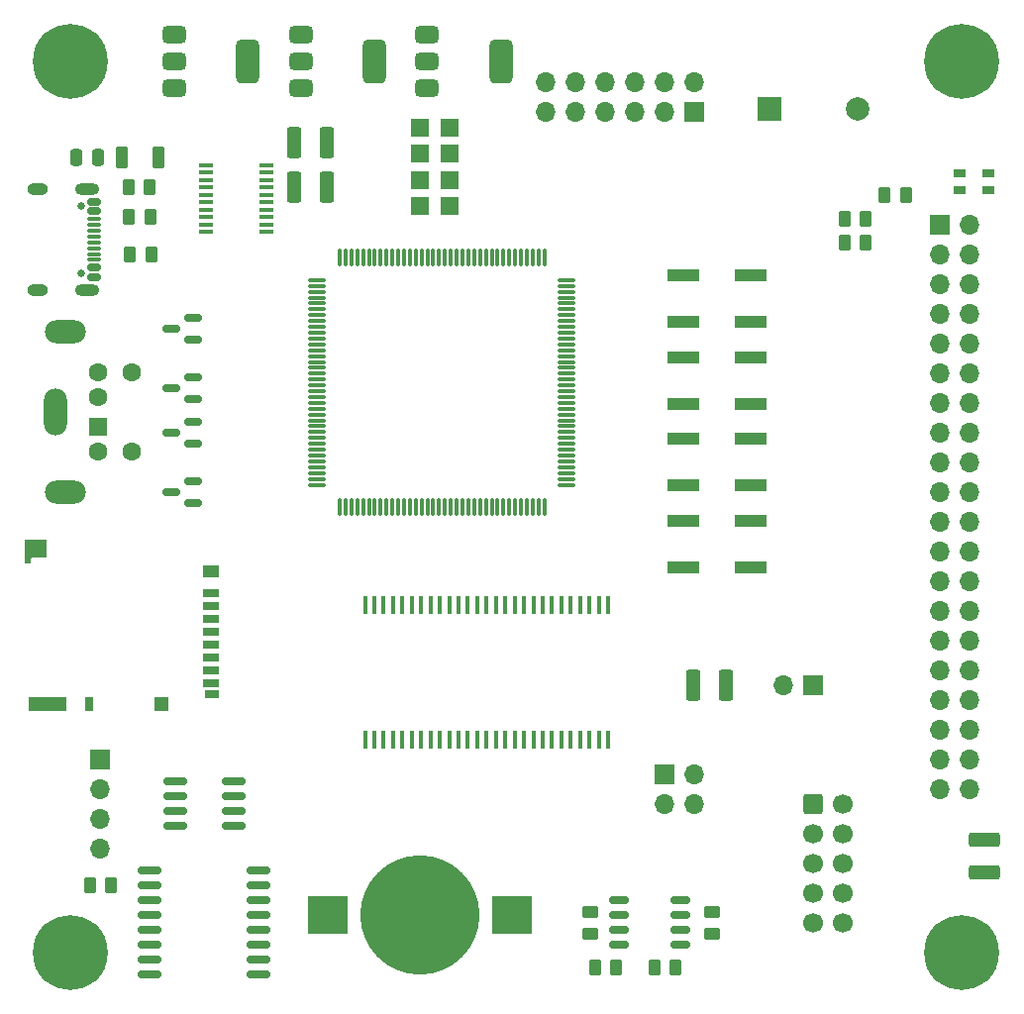
<source format=gbr>
%TF.GenerationSoftware,KiCad,Pcbnew,9.0.2+1*%
%TF.CreationDate,2025-07-26T23:48:39+01:00*%
%TF.ProjectId,ICE40HXDevBoard,49434534-3048-4584-9465-76426f617264,rev?*%
%TF.SameCoordinates,Original*%
%TF.FileFunction,Soldermask,Top*%
%TF.FilePolarity,Negative*%
%FSLAX46Y46*%
G04 Gerber Fmt 4.6, Leading zero omitted, Abs format (unit mm)*
G04 Created by KiCad (PCBNEW 9.0.2+1) date 2025-07-26 23:48:39*
%MOMM*%
%LPD*%
G01*
G04 APERTURE LIST*
G04 Aperture macros list*
%AMRoundRect*
0 Rectangle with rounded corners*
0 $1 Rounding radius*
0 $2 $3 $4 $5 $6 $7 $8 $9 X,Y pos of 4 corners*
0 Add a 4 corners polygon primitive as box body*
4,1,4,$2,$3,$4,$5,$6,$7,$8,$9,$2,$3,0*
0 Add four circle primitives for the rounded corners*
1,1,$1+$1,$2,$3*
1,1,$1+$1,$4,$5*
1,1,$1+$1,$6,$7*
1,1,$1+$1,$8,$9*
0 Add four rect primitives between the rounded corners*
20,1,$1+$1,$2,$3,$4,$5,0*
20,1,$1+$1,$4,$5,$6,$7,0*
20,1,$1+$1,$6,$7,$8,$9,0*
20,1,$1+$1,$8,$9,$2,$3,0*%
%AMRotRect*
0 Rectangle, with rotation*
0 The origin of the aperture is its center*
0 $1 length*
0 $2 width*
0 $3 Rotation angle, in degrees counterclockwise*
0 Add horizontal line*
21,1,$1,$2,0,0,$3*%
G04 Aperture macros list end*
%ADD10R,2.000000X2.000000*%
%ADD11C,2.000000*%
%ADD12RoundRect,0.250000X0.450000X-0.262500X0.450000X0.262500X-0.450000X0.262500X-0.450000X-0.262500X0*%
%ADD13R,1.600000X1.600000*%
%ADD14C,1.600000*%
%ADD15O,3.500000X2.000000*%
%ADD16O,2.000000X4.000000*%
%ADD17RoundRect,0.250000X0.275000X0.700000X-0.275000X0.700000X-0.275000X-0.700000X0.275000X-0.700000X0*%
%ADD18RoundRect,0.250000X0.262500X0.450000X-0.262500X0.450000X-0.262500X-0.450000X0.262500X-0.450000X0*%
%ADD19R,3.500000X3.300000*%
%ADD20C,10.200000*%
%ADD21RoundRect,0.375000X-0.625000X-0.375000X0.625000X-0.375000X0.625000X0.375000X-0.625000X0.375000X0*%
%ADD22RoundRect,0.500000X-0.500000X-1.400000X0.500000X-1.400000X0.500000X1.400000X-0.500000X1.400000X0*%
%ADD23R,1.200000X0.400000*%
%ADD24RoundRect,0.250000X-0.262500X-0.450000X0.262500X-0.450000X0.262500X0.450000X-0.262500X0.450000X0*%
%ADD25R,1.700000X1.700000*%
%ADD26O,1.700000X1.700000*%
%ADD27RoundRect,0.150000X0.587500X0.150000X-0.587500X0.150000X-0.587500X-0.150000X0.587500X-0.150000X0*%
%ADD28RoundRect,0.250000X-0.375000X-1.075000X0.375000X-1.075000X0.375000X1.075000X-0.375000X1.075000X0*%
%ADD29C,0.650000*%
%ADD30RoundRect,0.150000X-0.425000X0.150000X-0.425000X-0.150000X0.425000X-0.150000X0.425000X0.150000X0*%
%ADD31RoundRect,0.075000X-0.500000X0.075000X-0.500000X-0.075000X0.500000X-0.075000X0.500000X0.075000X0*%
%ADD32O,2.100000X1.000000*%
%ADD33O,1.800000X1.000000*%
%ADD34RoundRect,0.150000X-0.875000X-0.150000X0.875000X-0.150000X0.875000X0.150000X-0.875000X0.150000X0*%
%ADD35R,1.600000X1.500000*%
%ADD36R,1.000000X0.800000*%
%ADD37RoundRect,0.250000X-0.450000X0.262500X-0.450000X-0.262500X0.450000X-0.262500X0.450000X0.262500X0*%
%ADD38R,2.800000X1.000000*%
%ADD39RoundRect,0.075000X-0.662500X-0.075000X0.662500X-0.075000X0.662500X0.075000X-0.662500X0.075000X0*%
%ADD40RoundRect,0.075000X-0.075000X-0.662500X0.075000X-0.662500X0.075000X0.662500X-0.075000X0.662500X0*%
%ADD41RoundRect,0.150000X-0.825000X-0.150000X0.825000X-0.150000X0.825000X0.150000X-0.825000X0.150000X0*%
%ADD42RoundRect,0.150000X-0.675000X-0.150000X0.675000X-0.150000X0.675000X0.150000X-0.675000X0.150000X0*%
%ADD43RoundRect,0.250000X-0.600000X-0.600000X0.600000X-0.600000X0.600000X0.600000X-0.600000X0.600000X0*%
%ADD44C,1.700000*%
%ADD45RoundRect,0.250000X1.075000X-0.375000X1.075000X0.375000X-1.075000X0.375000X-1.075000X-0.375000X0*%
%ADD46C,6.400000*%
%ADD47RoundRect,0.250000X0.250000X0.475000X-0.250000X0.475000X-0.250000X-0.475000X0.250000X-0.475000X0*%
%ADD48R,0.458000X1.510000*%
%ADD49R,1.400000X0.700000*%
%ADD50R,1.200000X0.700000*%
%ADD51R,0.800000X1.200000*%
%ADD52R,1.900000X1.500000*%
%ADD53RotRect,0.200000X0.200000X315.000000*%
%ADD54R,0.500000X0.500000*%
%ADD55R,1.400000X1.000000*%
%ADD56R,1.200000X1.200000*%
%ADD57R,3.200000X1.200000*%
G04 APERTURE END LIST*
D10*
%TO.C,SP1*%
X237510000Y-80264000D03*
D11*
X245110000Y-80264000D03*
%TD*%
D12*
%TO.C,R5*%
X222250000Y-150772500D03*
X222250000Y-148947500D03*
%TD*%
D13*
%TO.C,J11*%
X180180000Y-107480000D03*
D14*
X180180000Y-104880000D03*
X180180000Y-109580000D03*
X180180000Y-102780000D03*
X182980000Y-109580000D03*
X182980000Y-102780000D03*
D15*
X177330000Y-99330000D03*
D16*
X176530000Y-106180000D03*
D15*
X177330000Y-113030000D03*
%TD*%
D17*
%TO.C,FB2*%
X185344000Y-84455000D03*
X182194000Y-84455000D03*
%TD*%
D18*
%TO.C,R18*%
X184681500Y-92710000D03*
X182856500Y-92710000D03*
%TD*%
D19*
%TO.C,BT1*%
X199745000Y-149225000D03*
X215545000Y-149225000D03*
D20*
X207645000Y-149225000D03*
%TD*%
D18*
%TO.C,R27*%
X245768500Y-91694000D03*
X243943500Y-91694000D03*
%TD*%
D21*
%TO.C,U8*%
X208280000Y-73900000D03*
X208280000Y-76200000D03*
D22*
X214580000Y-76200000D03*
D21*
X208280000Y-78500000D03*
%TD*%
D23*
%TO.C,U2*%
X194531125Y-90805000D03*
X194531125Y-90170000D03*
X194531125Y-89535000D03*
X194531125Y-88900000D03*
X194531125Y-88265000D03*
X194531125Y-87630000D03*
X194531125Y-86995000D03*
X194531125Y-86360000D03*
X194531125Y-85725000D03*
X194531125Y-85090000D03*
X189331125Y-85090000D03*
X189331125Y-85725000D03*
X189331125Y-86360000D03*
X189331125Y-86995000D03*
X189331125Y-87630000D03*
X189331125Y-88265000D03*
X189331125Y-88900000D03*
X189331125Y-89535000D03*
X189331125Y-90170000D03*
X189331125Y-90805000D03*
%TD*%
D24*
%TO.C,R7*%
X222607500Y-153670000D03*
X224432500Y-153670000D03*
%TD*%
D25*
%TO.C,J6*%
X252095000Y-90170000D03*
D26*
X254635000Y-90170000D03*
X252095000Y-92710000D03*
X254635000Y-92710000D03*
X252095000Y-95250000D03*
X254635000Y-95250000D03*
X252095000Y-97790000D03*
X254635000Y-97790000D03*
X252095000Y-100330000D03*
X254635000Y-100330000D03*
X252095000Y-102870000D03*
X254635000Y-102870000D03*
X252095000Y-105410000D03*
X254635000Y-105410000D03*
X252095000Y-107950000D03*
X254635000Y-107950000D03*
X252095000Y-110490000D03*
X254635000Y-110490000D03*
X252095000Y-113030000D03*
X254635000Y-113030000D03*
X252095000Y-115570000D03*
X254635000Y-115570000D03*
X252095000Y-118110000D03*
X254635000Y-118110000D03*
X252095000Y-120650000D03*
X254635000Y-120650000D03*
X252095000Y-123190000D03*
X254635000Y-123190000D03*
X252095000Y-125730000D03*
X254635000Y-125730000D03*
X252095000Y-128270000D03*
X254635000Y-128270000D03*
X252095000Y-130810000D03*
X254635000Y-130810000D03*
X252095000Y-133350000D03*
X254635000Y-133350000D03*
X252095000Y-135890000D03*
X254635000Y-135890000D03*
X252095000Y-138430000D03*
X254635000Y-138430000D03*
%TD*%
D27*
%TO.C,D7*%
X188262500Y-100010000D03*
X188262500Y-98110000D03*
X186387500Y-99060000D03*
%TD*%
%TO.C,D9*%
X188262500Y-113980000D03*
X188262500Y-112080000D03*
X186387500Y-113030000D03*
%TD*%
D28*
%TO.C,D2*%
X231010000Y-129540000D03*
X233810000Y-129540000D03*
%TD*%
D29*
%TO.C,J8*%
X178694625Y-88550000D03*
X178694625Y-94330000D03*
D30*
X179769625Y-88240000D03*
X179769625Y-89040000D03*
D31*
X179769625Y-90190000D03*
X179769625Y-91190000D03*
X179769625Y-91690000D03*
X179769625Y-92690000D03*
D30*
X179769625Y-93840000D03*
X179769625Y-94640000D03*
X179769625Y-94640000D03*
X179769625Y-93840000D03*
D31*
X179769625Y-93190000D03*
X179769625Y-92190000D03*
X179769625Y-90690000D03*
X179769625Y-89690000D03*
D30*
X179769625Y-89040000D03*
X179769625Y-88240000D03*
D32*
X179194625Y-87120000D03*
D33*
X175014625Y-87120000D03*
D32*
X179194625Y-95760000D03*
D33*
X175014625Y-95760000D03*
%TD*%
D34*
%TO.C,U9*%
X184580000Y-145415000D03*
X184580000Y-146685000D03*
X184580000Y-147955000D03*
X184580000Y-149225000D03*
X184580000Y-150495000D03*
X184580000Y-151765000D03*
X184580000Y-153035000D03*
X184580000Y-154305000D03*
X193880000Y-154305000D03*
X193880000Y-153035000D03*
X193880000Y-151765000D03*
X193880000Y-150495000D03*
X193880000Y-149225000D03*
X193880000Y-147955000D03*
X193880000Y-146685000D03*
X193880000Y-145415000D03*
%TD*%
D35*
%TO.C,X2*%
X210185000Y-81915000D03*
X207645000Y-81915000D03*
X207645000Y-84115000D03*
X210185000Y-84115000D03*
%TD*%
D36*
%TO.C,D5*%
X253766000Y-85787000D03*
X253766000Y-87187000D03*
X256266000Y-87187000D03*
X256266000Y-85787000D03*
%TD*%
D28*
%TO.C,D3*%
X196914625Y-86995000D03*
X199714625Y-86995000D03*
%TD*%
D18*
%TO.C,R19*%
X184622125Y-89535000D03*
X182797125Y-89535000D03*
%TD*%
%TO.C,R26*%
X245768500Y-89662000D03*
X243943500Y-89662000D03*
%TD*%
D21*
%TO.C,U4*%
X197485000Y-73900000D03*
X197485000Y-76200000D03*
D22*
X203785000Y-76200000D03*
D21*
X197485000Y-78500000D03*
%TD*%
D37*
%TO.C,R4*%
X232664000Y-148947500D03*
X232664000Y-150772500D03*
%TD*%
D38*
%TO.C,SW4*%
X230145000Y-94520000D03*
X235945000Y-94520000D03*
X230145000Y-98520000D03*
X235945000Y-98520000D03*
%TD*%
D28*
%TO.C,D1*%
X196914625Y-83185000D03*
X199714625Y-83185000D03*
%TD*%
D18*
%TO.C,R14*%
X181252500Y-146685000D03*
X179427500Y-146685000D03*
%TD*%
D25*
%TO.C,J3*%
X241300000Y-129540000D03*
D26*
X238760000Y-129540000D03*
%TD*%
D18*
%TO.C,R6*%
X229512500Y-153670000D03*
X227687500Y-153670000D03*
%TD*%
D39*
%TO.C,U1*%
X198887500Y-94913250D03*
X198887500Y-95413250D03*
X198887500Y-95913250D03*
X198887500Y-96413250D03*
X198887500Y-96913250D03*
X198887500Y-97413250D03*
X198887500Y-97913250D03*
X198887500Y-98413250D03*
X198887500Y-98913250D03*
X198887500Y-99413250D03*
X198887500Y-99913250D03*
X198887500Y-100413250D03*
X198887500Y-100913250D03*
X198887500Y-101413250D03*
X198887500Y-101913250D03*
X198887500Y-102413250D03*
X198887500Y-102913250D03*
X198887500Y-103413250D03*
X198887500Y-103913250D03*
X198887500Y-104413250D03*
X198887500Y-104913250D03*
X198887500Y-105413250D03*
X198887500Y-105913250D03*
X198887500Y-106413250D03*
X198887500Y-106913250D03*
X198887500Y-107413250D03*
X198887500Y-107913250D03*
X198887500Y-108413250D03*
X198887500Y-108913250D03*
X198887500Y-109413250D03*
X198887500Y-109913250D03*
X198887500Y-110413250D03*
X198887500Y-110913250D03*
X198887500Y-111413250D03*
X198887500Y-111913250D03*
X198887500Y-112413250D03*
D40*
X200800000Y-114325750D03*
X201300000Y-114325750D03*
X201800000Y-114325750D03*
X202300000Y-114325750D03*
X202800000Y-114325750D03*
X203300000Y-114325750D03*
X203800000Y-114325750D03*
X204300000Y-114325750D03*
X204800000Y-114325750D03*
X205300000Y-114325750D03*
X205800000Y-114325750D03*
X206300000Y-114325750D03*
X206800000Y-114325750D03*
X207300000Y-114325750D03*
X207800000Y-114325750D03*
X208300000Y-114325750D03*
X208800000Y-114325750D03*
X209300000Y-114325750D03*
X209800000Y-114325750D03*
X210300000Y-114325750D03*
X210800000Y-114325750D03*
X211300000Y-114325750D03*
X211800000Y-114325750D03*
X212300000Y-114325750D03*
X212800000Y-114325750D03*
X213300000Y-114325750D03*
X213800000Y-114325750D03*
X214300000Y-114325750D03*
X214800000Y-114325750D03*
X215300000Y-114325750D03*
X215800000Y-114325750D03*
X216300000Y-114325750D03*
X216800000Y-114325750D03*
X217300000Y-114325750D03*
X217800000Y-114325750D03*
X218300000Y-114325750D03*
D39*
X220212500Y-112413250D03*
X220212500Y-111913250D03*
X220212500Y-111413250D03*
X220212500Y-110913250D03*
X220212500Y-110413250D03*
X220212500Y-109913250D03*
X220212500Y-109413250D03*
X220212500Y-108913250D03*
X220212500Y-108413250D03*
X220212500Y-107913250D03*
X220212500Y-107413250D03*
X220212500Y-106913250D03*
X220212500Y-106413250D03*
X220212500Y-105913250D03*
X220212500Y-105413250D03*
X220212500Y-104913250D03*
X220212500Y-104413250D03*
X220212500Y-103913250D03*
X220212500Y-103413250D03*
X220212500Y-102913250D03*
X220212500Y-102413250D03*
X220212500Y-101913250D03*
X220212500Y-101413250D03*
X220212500Y-100913250D03*
X220212500Y-100413250D03*
X220212500Y-99913250D03*
X220212500Y-99413250D03*
X220212500Y-98913250D03*
X220212500Y-98413250D03*
X220212500Y-97913250D03*
X220212500Y-97413250D03*
X220212500Y-96913250D03*
X220212500Y-96413250D03*
X220212500Y-95913250D03*
X220212500Y-95413250D03*
X220212500Y-94913250D03*
D40*
X218300000Y-93000750D03*
X217800000Y-93000750D03*
X217300000Y-93000750D03*
X216800000Y-93000750D03*
X216300000Y-93000750D03*
X215800000Y-93000750D03*
X215300000Y-93000750D03*
X214800000Y-93000750D03*
X214300000Y-93000750D03*
X213800000Y-93000750D03*
X213300000Y-93000750D03*
X212800000Y-93000750D03*
X212300000Y-93000750D03*
X211800000Y-93000750D03*
X211300000Y-93000750D03*
X210800000Y-93000750D03*
X210300000Y-93000750D03*
X209800000Y-93000750D03*
X209300000Y-93000750D03*
X208800000Y-93000750D03*
X208300000Y-93000750D03*
X207800000Y-93000750D03*
X207300000Y-93000750D03*
X206800000Y-93000750D03*
X206300000Y-93000750D03*
X205800000Y-93000750D03*
X205300000Y-93000750D03*
X204800000Y-93000750D03*
X204300000Y-93000750D03*
X203800000Y-93000750D03*
X203300000Y-93000750D03*
X202800000Y-93000750D03*
X202300000Y-93000750D03*
X201800000Y-93000750D03*
X201300000Y-93000750D03*
X200800000Y-93000750D03*
%TD*%
D18*
%TO.C,R25*%
X249197500Y-87630000D03*
X247372500Y-87630000D03*
%TD*%
D41*
%TO.C,U10*%
X186755000Y-137795000D03*
X186755000Y-139065000D03*
X186755000Y-140335000D03*
X186755000Y-141605000D03*
X191705000Y-141605000D03*
X191705000Y-140335000D03*
X191705000Y-139065000D03*
X191705000Y-137795000D03*
%TD*%
D42*
%TO.C,U6*%
X224705000Y-147955000D03*
X224705000Y-149225000D03*
X224705000Y-150495000D03*
X224705000Y-151765000D03*
X229955000Y-151765000D03*
X229955000Y-150495000D03*
X229955000Y-149225000D03*
X229955000Y-147955000D03*
%TD*%
D43*
%TO.C,J12*%
X241300000Y-139700000D03*
D44*
X243840000Y-139700000D03*
X241300000Y-142240000D03*
X243840000Y-142240000D03*
X241300000Y-144780000D03*
X243840000Y-144780000D03*
X241300000Y-147320000D03*
X243840000Y-147320000D03*
X241300000Y-149860000D03*
X243840000Y-149860000D03*
%TD*%
D45*
%TO.C,D4*%
X255905000Y-145545000D03*
X255905000Y-142745000D03*
%TD*%
D46*
%TO.C,H4*%
X177800000Y-152400000D03*
%TD*%
D38*
%TO.C,SW2*%
X230145000Y-108490000D03*
X235945000Y-108490000D03*
X230145000Y-112490000D03*
X235945000Y-112490000D03*
%TD*%
D25*
%TO.C,J4*%
X228600000Y-137160000D03*
D26*
X231140000Y-137160000D03*
X228600000Y-139700000D03*
X231140000Y-139700000D03*
%TD*%
D27*
%TO.C,D6*%
X188262500Y-105090000D03*
X188262500Y-103190000D03*
X186387500Y-104140000D03*
%TD*%
D25*
%TO.C,J10*%
X180340000Y-135900000D03*
D26*
X180340000Y-138440000D03*
X180340000Y-140980000D03*
X180340000Y-143520000D03*
%TD*%
D27*
%TO.C,D8*%
X188262500Y-108900000D03*
X188262500Y-107000000D03*
X186387500Y-107950000D03*
%TD*%
D21*
%TO.C,U3*%
X186665000Y-73900000D03*
X186665000Y-76200000D03*
D22*
X192965000Y-76200000D03*
D21*
X186665000Y-78500000D03*
%TD*%
D35*
%TO.C,X1*%
X210185000Y-86403000D03*
X207645000Y-86403000D03*
X207645000Y-88603000D03*
X210185000Y-88603000D03*
%TD*%
D47*
%TO.C,C37*%
X180147000Y-84455000D03*
X178247000Y-84455000D03*
%TD*%
D46*
%TO.C,H1*%
X254000000Y-76200000D03*
%TD*%
D24*
%TO.C,R17*%
X182729500Y-86995000D03*
X184554500Y-86995000D03*
%TD*%
D48*
%TO.C,U7*%
X202960000Y-134177500D03*
X203760000Y-134177500D03*
X204560000Y-134177500D03*
X205360000Y-134177500D03*
X206160000Y-134177500D03*
X206960000Y-134177500D03*
X207760000Y-134177500D03*
X208560000Y-134177500D03*
X209360000Y-134177500D03*
X210160000Y-134177500D03*
X210960000Y-134177500D03*
X211760000Y-134177500D03*
X212560000Y-134177500D03*
X213360000Y-134177500D03*
X214160000Y-134177500D03*
X214960000Y-134177500D03*
X215760000Y-134177500D03*
X216560000Y-134177500D03*
X217360000Y-134177500D03*
X218160000Y-134177500D03*
X218960000Y-134177500D03*
X219760000Y-134177500D03*
X220560000Y-134177500D03*
X221360000Y-134177500D03*
X222160000Y-134177500D03*
X222960000Y-134177500D03*
X223760000Y-134177500D03*
X223760000Y-122677500D03*
X222960000Y-122677500D03*
X222160000Y-122677500D03*
X221360000Y-122677500D03*
X220560000Y-122677500D03*
X219760000Y-122677500D03*
X218960000Y-122677500D03*
X218160000Y-122677500D03*
X217360000Y-122677500D03*
X216560000Y-122677500D03*
X215760000Y-122677500D03*
X214960000Y-122677500D03*
X214160000Y-122677500D03*
X213360000Y-122677500D03*
X212560000Y-122677500D03*
X211760000Y-122677500D03*
X210960000Y-122677500D03*
X210160000Y-122677500D03*
X209360000Y-122677500D03*
X208560000Y-122677500D03*
X207760000Y-122677500D03*
X206960000Y-122677500D03*
X206160000Y-122677500D03*
X205360000Y-122677500D03*
X204560000Y-122677500D03*
X203760000Y-122677500D03*
X202960000Y-122677500D03*
%TD*%
D49*
%TO.C,J9*%
X189795000Y-121685000D03*
X189795000Y-122785000D03*
X189795000Y-123885000D03*
X189795000Y-124985000D03*
X189795000Y-126085000D03*
X189795000Y-127185000D03*
X189795000Y-128285000D03*
X189795000Y-129385000D03*
D50*
X189895000Y-130335000D03*
D51*
X179395000Y-131185000D03*
D52*
X174795000Y-117885000D03*
D53*
X174345000Y-118635000D03*
D54*
X174095000Y-118885000D03*
D55*
X189795000Y-119785000D03*
D56*
X185595000Y-131185000D03*
D57*
X175795000Y-131185000D03*
%TD*%
D46*
%TO.C,H3*%
X254000000Y-152400000D03*
%TD*%
D25*
%TO.C,J5*%
X231140000Y-80555000D03*
D26*
X231140000Y-78015000D03*
X228600000Y-80555000D03*
X228600000Y-78015000D03*
X226060000Y-80555000D03*
X226060000Y-78015000D03*
X223520000Y-80555000D03*
X223520000Y-78015000D03*
X220980000Y-80555000D03*
X220980000Y-78015000D03*
X218440000Y-80555000D03*
X218440000Y-78015000D03*
%TD*%
D46*
%TO.C,H2*%
X177800000Y-76200000D03*
%TD*%
D38*
%TO.C,SW1*%
X230145000Y-101505000D03*
X235945000Y-101505000D03*
X230145000Y-105505000D03*
X235945000Y-105505000D03*
%TD*%
%TO.C,SW3*%
X230145000Y-115475000D03*
X235945000Y-115475000D03*
X230145000Y-119475000D03*
X235945000Y-119475000D03*
%TD*%
M02*

</source>
